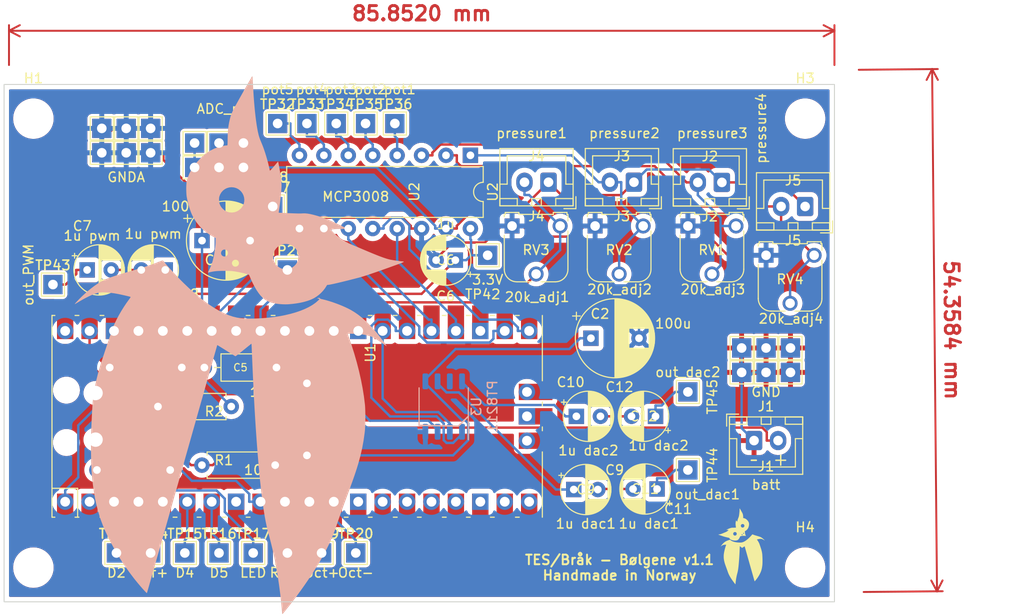
<source format=kicad_pcb>
(kicad_pcb (version 20211014) (generator pcbnew)
  (layers (0 "F.Cu" signal) (31 "B.Cu" signal) (34 "B.Paste" user) (35 "F.Paste" user) (36 "B.SilkS" user "B.Silkscreen") (37 "F.SilkS" user "F.Silkscreen") (38 "B.Mask" user) (39 "F.Mask" user) (44 "Edge.Cuts" user))
  (net 0 "")
  (net 1 "GND")
  (net 2 "+3.3V")
  (net 3 "filtered_vcc")
  (net 4 "GNDA")
  (net 5 "filtered_3.3")
  (net 6 "batt+")
  (net 7 "/ADC_2")
  (net 8 "/ADC_0")
  (net 9 "/analog_input_26")
  (net 10 "/ADC_1")
  (net 11 "Net-(C7-Pad1)")
  (net 12 "Net-(C8-Pad1)")
  (net 13 "Net-(C11-Pad1)")
  (net 14 "Net-(C12-Pad1)")
  (net 15 "Net-(TP13-Pad1)")
  (net 16 "Net-(TP14-Pad1)")
  (net 17 "Net-(TP15-Pad1)")
  (net 18 "Net-(TP16-Pad1)")
  (net 19 "Net-(TP17-Pad1)")
  (net 20 "Net-(TP18-Pad1)")
  (net 21 "Net-(TP19-Pad1)")
  (net 22 "Net-(TP20-Pad1)")
  (net 23 "Net-(TP27-Pad1)")
  (net 24 "Net-(TP28-Pad1)")
  (net 25 "Net-(TP32-Pad1)")
  (net 26 "Net-(TP33-Pad1)")
  (net 27 "Net-(TP34-Pad1)")
  (net 28 "Net-(TP35-Pad1)")
  (net 29 "Net-(TP36-Pad1)")
  (net 30 "LCH")
  (net 31 "RCH")
  (net 32 "Net-(U1-Pad22)")
  (net 33 "Net-(U1-Pad25)")
  (net 34 "Net-(U1-Pad21)")
  (net 35 "Net-(U1-Pad24)")
  (net 36 "Net-(U1-Pad26)")
  (net 37 "Net-(U1-Pad27)")
  (net 38 "Net-(U1-Pad29)")
  (net 59 "Net-(C7-Pad2)")
  (net 60 "Net-(C11-Pad2)")
  (net 61 "Net-(C10-Pad2)")
  (net 62 "Net-(U1-Pad9)")
  (footprint "TestPoint:TestPoint_THTPad_2.0x2.0mm_Drill1.0mm" (layer "F.Cu") (at 57.912 126.492)
    (fp_text reference "TP18")
    (fp_text value "Ref-")
  )
  (footprint "MountingHole:MountingHole_3.2mm_M3" (layer "F.Cu") (at 31.496 81.28)
    (fp_text reference "H1")
    (fp_text value "MountingHole" hide)
  )
  (footprint "TestPoint:TestPoint_THTPad_2.0x2.0mm_Drill1.0mm" (layer "F.Cu") (at 105.156 107.696)
    (fp_text reference "TP7" hide)
    (fp_text value "GND")
  )
  (footprint "PCB_symbols:owl_7x10" (layer "F.Cu") (at 105.156 125.984)
    (fp_text reference "G***" hide)
    (fp_text value "LOGO" hide)
  )
  (footprint "TestPoint:TestPoint_THTPad_2.0x2.0mm_Drill1.0mm" (layer "F.Cu") (at 43.688 84.836)
    (fp_text reference "TP22" hide)
    (fp_text value "GNDA" hide)
  )
  (footprint "TestPoint:TestPoint_THTPad_2.0x2.0mm_Drill1.0mm" (layer "F.Cu") (at 59.944 81.788)
    (fp_text reference "TP33")
    (fp_text value "pot4")
  )
  (footprint "TestPoint:TestPoint_THTPad_2.0x2.0mm_Drill1.0mm" (layer "F.Cu") (at 54.356 126.492)
    (fp_text reference "TP17")
    (fp_text value "LED")
  )
  (footprint "TestPoint:TestPoint_THTPad_2.0x2.0mm_Drill1.0mm" (layer "F.Cu") (at 50.8 126.492)
    (fp_text reference "TP16")
    (fp_text value "D5")
  )
  (footprint "Capacitor_THT:CP_Radial_D5.0mm_P2.00mm" (layer "F.Cu") (at 75.3796 96.012 180)
    (fp_text reference "C6")
    (fp_text value "1u")
  )
  (footprint "Connector_JST:JST_XH_B2B-XH-A_1x02_P2.50mm_Vertical" (layer "F.Cu") (at 93.957 87.901 180)
    (fp_text reference "J3")
    (fp_text value "pressure2")
  )
  (footprint "Connector_JST:JST_XH_B2B-XH-A_1x02_P2.50mm_Vertical" (layer "F.Cu") (at 85.07 87.901 180)
    (fp_text reference "J4")
    (fp_text value "pressure1")
  )
  (footprint "Connector_JST:JST_XH_B2B-XH-A_1x02_P2.50mm_Vertical" (layer "F.Cu") (at 106.446 114.791)
    (fp_text reference "J1")
    (fp_text value "batt")
  )
  (footprint "TestPoint:TestPoint_THTPad_2.0x2.0mm_Drill1.0mm" (layer "F.Cu") (at 53.34 83.82)
    (fp_text reference "TP9" hide)
    (fp_text value "ADC_ref" hide)
  )
  (footprint "TestPoint:TestPoint_THTPad_2.0x2.0mm_Drill1.0mm" (layer "F.Cu") (at 33.528 98.552)
    (fp_text reference "TP43")
    (fp_text value "out_PWM")
  )
  (footprint "Connector_JST:JST_XH_B2B-XH-A_1x02_P2.50mm_Vertical" (layer "F.Cu") (at 111.76 90.424 180)
    (fp_text reference "J5")
    (fp_text value "pressure4")
  )
  (footprint "Pico:RPi_Pico_SMD_TH" (layer "F.Cu") (at 58.928 112.268 90)
    (fp_text reference "U1")
    (fp_text value "Pico" hide)
  )
  (footprint "TestPoint:TestPoint_THTPad_2.0x2.0mm_Drill1.0mm" (layer "F.Cu") (at 41.148 82.296)
    (fp_text reference "TP24" hide)
    (fp_text value "GNDA" hide)
  )
  (footprint "TestPoint:TestPoint_THTPad_2.0x2.0mm_Drill1.0mm" (layer "F.Cu") (at 50.8 86.36)
    (fp_text reference "TP10" hide)
    (fp_text value "ADC_ref" hide)
  )
  (footprint "Potentiometer_THT:Potentiometer_Runtron_RM-065_Vertical" (layer "F.Cu") (at 89.916 92.456)
    (fp_text reference "RV2" hide)
    (fp_text value "20k_adj2")
  )
  (footprint "TestPoint:TestPoint_THTPad_2.0x2.0mm_Drill1.0mm" (layer "F.Cu") (at 50.8 83.82)
    (fp_text reference "TP3" hide)
    (fp_text value "ADC_ref" hide)
  )
  (footprint "TestPoint:TestPoint_THTPad_2.0x2.0mm_Drill1.0mm" (layer "F.Cu") (at 107.696 107.696)
    (fp_text reference "TP8" hide)
    (fp_text value "GND" hide)
  )
  (footprint "Potentiometer_THT:Potentiometer_Runtron_RM-065_Vertical" (layer "F.Cu") (at 81.28 92.456)
    (fp_text reference "RV3" hide)
    (fp_text value "20k_adj1")
  )
  (footprint "TestPoint:TestPoint_THTPad_2.0x2.0mm_Drill1.0mm" (layer "F.Cu") (at 40.132 126.492)
    (fp_text reference "TP13")
    (fp_text value "D2")
  )
  (footprint "Capacitor_THT:CP_Radial_D5.0mm_P2.50mm" (layer "F.Cu") (at 87.6949 119.888)
    (fp_text reference "C9")
    (fp_text value "1u dac1")
  )
  (footprint "TestPoint:TestPoint_THTPad_2.0x2.0mm_Drill1.0mm" (layer "F.Cu") (at 56.896 81.788)
    (fp_text reference "TP32")
    (fp_text value "pot5")
  )
  (footprint "TestPoint:TestPoint_THTPad_2.0x2.0mm_Drill1.0mm" (layer "F.Cu") (at 48.26 83.82)
    (fp_text reference "TP11" hide)
    (fp_text value "ADC_ref" hide)
  )
  (footprint "Potentiometer_THT:Potentiometer_Runtron_RM-065_Vertical" (layer "F.Cu") (at 107.696 95.504)
    (fp_text reference "RV4" hide)
    (fp_text value "20k_adj4")
  )
  (footprint "Resistor_THT:R_Axial_DIN0207_L6.3mm_D2.5mm_P7.62mm_Horizontal" (layer "F.Cu") (at 38.1 117.856)
    (fp_text reference "R3" hide)
    (fp_text value "220")
  )
  (footprint "Capacitor_THT:CP_Radial_D8.0mm_P5.00mm" (layer "F.Cu") (at 89.4816 104.14)
    (fp_text reference "C2")
    (fp_text value "100u")
  )
  (footprint "Capacitor_THT:CP_Radial_D8.0mm_P5.00mm" (layer "F.Cu") (at 49.032 93.98)
    (fp_text reference "C4")
    (fp_text value "100u")
  )
  (footprint "TestPoint:TestPoint_THTPad_2.0x2.0mm_Drill1.0mm" (layer "F.Cu") (at 105.156 105.156)
    (fp_text reference "TP12" hide)
    (fp_text value "GND" hide)
  )
  (footprint "Capacitor_THT:C_Axial_L3.8mm_D2.6mm_P7.50mm_Horizontal" (layer "F.Cu") (at 49.276 107.188)
    (fp_text reference "C5" hide)
    (fp_text value "100n")
  )
  (footprint "Potentiometer_THT:Potentiometer_Runtron_RM-065_Vertical" (layer "F.Cu") (at 99.568 92.456)
    (fp_text reference "RV1" hide)
    (fp_text value "20k_adj3")
  )
  (footprint "TestPoint:TestPoint_THTPad_2.0x2.0mm_Drill1.0mm" (layer "F.Cu") (at 38.608 82.296)
    (fp_text reference "TP23" hide)
    (fp_text value "GNDA" hide)
  )
  (footprint "Resistor_THT:R_Axial_DIN0207_L6.3mm_D2.5mm_P7.62mm_Horizontal" (layer "F.Cu") (at 56.642 117.348 180)
    (fp_text reference "R1" hide)
    (fp_text value "10")
  )
  (footprint "TestPoint:TestPoint_THTPad_2.0x2.0mm_Drill1.0mm" (layer "F.Cu") (at 38.608 84.836)
    (fp_text reference "TP25" hide)
    (fp_text value "GNDA")
  )
  (footprint "Resistor_THT:R_Axial_DIN0207_L6.3mm_D2.5mm_P7.62mm_Horizontal" (layer "F.Cu") (at 52.07 111.252 180)
    (fp_text reference "R2" hide)
    (fp_text value "10")
  )
  (footprint "TestPoint:TestPoint_THTPad_2.0x2.0mm_Drill1.0mm" (layer "F.Cu") (at 48.26 86.36)
    (fp_text reference "TP2" hide)
    (fp_text value "ADC_ref")
  )
  (footprint "TestPoint:TestPoint_THTPad_2.0x2.0mm_Drill1.0mm" (layer "F.Cu") (at 43.688 126.492)
    (fp_text reference "TP14")
    (fp_text value "Ref+")
  )
  (footprint "Capacitor_THT:CP_Radial_D5.0mm_P2.50mm" (layer "F.Cu") (at 87.9689 112.268)
    (fp_text reference "C10" hide)
    (fp_text value "1u dac2")
  )
  (footprint "TestPoint:TestPoint_THTPad_2.0x2.0mm_Drill1.0mm" (layer "F.Cu") (at 61.468 126.492)
    (fp_text reference "TP19")
    (fp_text value "Oct+")
  )
  (footprint "MountingHole:MountingHole_3.2mm_M3" (layer "F.Cu") (at 111.76 81.28)
    (fp_text reference "H3")
    (fp_text value "MountingHole" hide)
  )
  (footprint "TestPoint:TestPoint_THTPad_2.0x2.0mm_Drill1.0mm" (layer "F.Cu") (at 78.74 95.504)
    (fp_text reference "TP42")
    (fp_text value "3.3V")
  )
  (footprint "TestPoint:TestPoint_THTPad_2.0x2.0mm_Drill1.0mm" (layer "F.Cu") (at 110.236 107.696)
    (fp_text reference "TP6" hide)
    (fp_text value "GND" hide)
  )
  (footprint "TestPoint:TestPoint_THTPad_2.0x2.0mm_Drill1.0mm" (layer "F.Cu") (at 66.04 81.788)
    (fp_text reference "TP35")
    (fp_text value "pot2")
  )
  (footprint "TestPoint:TestPoint_THTPad_2.0x2.0mm_Drill1.0mm" (layer "F.Cu") (at 110.236 105.156)
    (fp_text reference "TP5" hide)
    (fp_text value "GND" hide)
  )
  (footprint "TestPoint:TestPoint_THTPad_2.0x2.0mm_Drill1.0mm" (layer "F.Cu") (at 65.024 126.492)
    (fp_text reference "TP20")
    (fp_text value "Oct-")
  )
  (footprint "MountingHole:MountingHole_3.2mm_M3" (layer "F.Cu") (at 111.76 128.016)
    (fp_text reference "H4")
    (fp_text value "MountingHole" hide)
  )
  (footprint "TestPoint:TestPoint_THTPad_2.0x2.0mm_Drill1.0mm" (layer "F.Cu") (at 57.912 97.028)
    (fp_text reference "TP28")
    (fp_text value "AI27")
  )
  (footprint "TestPoint:TestPoint_THTPad_2.0x2.0mm_Drill1.0mm" (layer "F.Cu") (at 56.388 90.424)
    (fp_text reference "TP27")
    (fp_text value "AI28")
  )
  (footprint "Connector_JST:JST_XH_B2B-XH-A_1x02_P2.50mm_Vertical" (layer "F.Cu") (at 103.101 87.918 180)
    (fp_text reference "J2")
    (fp_text value "pressure3")
  )
  (footprint "TestPoint:TestPoint_THTPad_2.0x2.0mm_Drill1.0mm" (layer "F.Cu") (at 99.568 117.856)
    (fp_text reference "TP44" hide)
    (fp_text value "out_dac1")
  )
  (footprint "TestPoint:TestPoint_THTPad_2.0x2.0mm_Drill1.0mm" (layer "F.Cu") (at 41.148 84.836)
    (fp_text reference "TP21" hide)
    (fp_text value "GNDA" hide)
  )
  (footprint "Capacitor_THT:C_Axial_L3.8mm_D2.6mm_P7.50mm_Horizontal" (layer "F.Cu") (at 59.944 116.332 90)
    (fp_text reference "C3" hide)
    (fp_text value "100n")
  )
  (footprint "TestPoint:TestPoint_THTPad_2.0x2.0mm_Drill1.0mm" (layer "F.Cu") (at 69.088 81.788)
    (fp_text reference "TP36")
    (fp_text value "pot1")
  )
  (footprint "Capacitor_THT:CP_Radial_D5.0mm_P2.50mm" (layer "F.Cu") (at 96.3598 119.834 180)
    (fp_text reference "C11")
    (fp_text value "1u dac1")
  )
  (footprint "TestPoint:TestPoint_THTPad_2.0x2.0mm_Drill1.0mm" (layer "F.Cu") (at 43.688 82.296)
    (fp_text reference "TP26" hide)
    (fp_text value "GNDA" hide)
  )
  (footprint "Capacitor_THT:C_Axial_L3.8mm_D2.6mm_P7.50mm_Horizontal" (layer "F.Cu") (at 39.43 107.188)
    (fp_text reference "C1" hide)
    (fp_text value "0.1u")
  )
  (footprint "TestPoint:TestPoint_THTPad_2.0x2.0mm_Drill1.0mm" (layer "F.Cu") (at 47.244 126.492)
    (fp_text reference "TP15")
    (fp_text value "D4")
  )
  (footprint "TestPoint:TestPoint_THTPad_2.0x2.0mm_Drill1.0mm" (layer "F.Cu") (at 62.992 81.788)
    (fp_text reference "TP34")
    (fp_text value "pot3")
  )
  (footprint "Package_DIP:DIP-16_W7.62mm" (layer "F.Cu") (at 76.947 85.1 -90)
    (fp_text reference "U2")
    (fp_text value "MCP3008")
  )
  (footprint "Capacitor_THT:CP_Radial_D5.0mm_P2.50mm" (layer "F.Cu") (at 37.084 97.028)
    (fp_text reference "C7")
    (fp_text value "1u pwm")
  )
  (footprint "Capacitor_THT:CP_Radial_D5.0mm_P2.50mm" (layer "F.Cu") (at 96.2011 112.268 180)
    (fp_text reference "C12")
    (fp_text value "1u dac2")
  )
  (footprint "TestPoint:TestPoint_THTPad_2.0x2.0mm_Drill1.0mm" (layer "F.Cu") (at 99.568 109.728 180)
    (fp_text reference "TP45" hide)
    (fp_text value "out_dac2")
  )
  (footprint "TestPoint:TestPoint_THTPad_2.0x2.0mm_Drill1.0mm" (layer "F.Cu") (at 107.696 105.156)
    (fp_text reference "TP1" hide)
    (fp_text value "GND" hide)
  )
  (footprint "Capacitor_THT:CP_Radial_D5.0mm_P2.50mm" (layer "F.Cu") (at 45.212 97.028 180)
    (fp_text reference "C8")
    (fp_text value "1u pwm")
  )
  (footprint "MountingHole:MountingHole_3.2mm_M3" (layer "F.Cu") (at 31.496 128.016)
    (fp_text reference "H2" hide)
    (fp_text value "MountingHole" hide)
  )
  (footprint "TestPoint:TestPoint_THTPad_2.0x2.0mm_Drill1.0mm" (layer "F.Cu") (at 53.34 86.36)
    (fp_text reference "TP4" hide)
    (fp_text value "ADC_ref" hide)
  )
  (footprint "Package_SO:SOP-8_3.9x4.9mm_P1.27mm" (layer "B.Cu") (at 74.168 111.252 90)
    (fp_text reference "U3")
    (fp_text value "PT8211-pt8211" hide)
  )
  (footprint "PCB_symbols:owl_F_50x70" (layer "B.Cu") (at 52.832 106.172 180)
    (fp_text reference "G150" hide)
    (fp_text value "LOGO" hide)
  )
  (gr_line (start 71.608 113.202) (end 75.692 113.284) (layer "B.SilkS") (width 0.15))
  (gr_line (start 75.692 113.284) (end 76.728 112.268) (layer "B.SilkS") (width 0.15))
  (gr_line (start 106.172 116.84) (end 106.68 116.84) (layer "F.SilkS") (width 0.15))
  (gr_line (start 106.68 116.84) (end 106.172 116.84) (layer "F.SilkS") (width 0.15))
  (gr_line (start 109.22 116.332) (end 109.22 117.348) (layer "F.SilkS") (width 0.15))
  (gr_line (start 108.712 116.84) (end 109.728 116.84) (layer "F.SilkS") (width 0.15))
  (gr_rect (start 28.448 77.724) (end 114.808 131.572) (layer "Edge.Cuts") (width 0.1) (fill none))
  (gr_text "TES/Bråk - Bølgene v1.1\nHandmade in Norway" (at 92.456 128.016) (layer "F.SilkS") (effects (font (size 1 1) (thickness 0.2))))
  (dimension (type aligned) (layer "F.Cu") (pts (xy 28.956 76.2) (xy 114.808 76.2)) (height -4.064) (gr_text "85,8520 mm" (at 71.882 70.336) (layer "F.Cu") (effects (font (size 1.5 1.5) (thickness 0.3)))) (format (units 3) (units_format 1) (precision 4)) (style (thickness 0.2) (arrow_length 1.27) (text_position_mode 0) (extension_height 0.58642) (extension_offset 0.5) keep_text_aligned))
  (dimension (type aligned) (layer "F.Cu") (pts (xy 116.84 76.2) (xy 117.348 130.556)) (height -8.128) (gr_text "54,3584 mm" (at 127.021566 103.285219 270.535459) (layer "F.Cu") (effects (font (size 1.5 1.5) (thickness 0.3)))) (format (units 3) (units_format 1) (precision 4)) (style (thickness 0.2) (arrow_length 1.27) (text_position_mode 0) (extension_height 0.58642) (extension_offset 0.5) keep_text_aligned))
  (segment (start 39.878 103.378) (end 39.878 106.74) (width 0.25) (layer "F.Cu") (net 1))
  (segment (start 39.878 106.74) (end 39.43 107.188) (width 0.25) (layer "F.Cu") (net 1))
  (segment (start 110.236 105.156) (end 110.236 106.4813) (width 0.25) (layer "F.Cu") (net 1))
  (segment (start 62.9674 107.696) (end 60.7032 109.9602) (width 0.25) (layer "F.Cu") (net 1))
  (segment (start 108.966 107.696) (end 107.696 107.696) (width 0.25) (layer "F.Cu") (net 1))
  (segment (start 107.696 105.156) (end 105.156 105.156) (width 0.25) (layer "F.Cu") (net 1))
  (segment (start 60.7032 109.9602) (end 42.2022 109.9602) (width 0.25) (layer "F.Cu") (net 1))
  (segment (start 108.966 107.696) (end 110.1807 106.4813) (width 0.25) (layer "F.Cu") (net 1))
  (segment (start 105.156 107.696) (end 62.9674 107.696) (width 0.25) (layer "F.Cu") (net 1))
  (segment (start 42.2022 109.9602) (end 39.43 107.188) (width 0.25) (layer "F.Cu") (net 1))
  (segment (start 110.1807 106.4813) (end 110.236 106.4813) (width 0.25) (layer "F.Cu") (net 1))
  (segment (start 110.236 107.696) (end 108.966 107.696) (width 0.25) (layer "F.Cu") (net 1))
  (segment (start 105.156 107.696) (end 105.156 108.3586) (width 0.25) (layer "B.Cu") (net 1))
  (segment (start 105.7081 108.3586) (end 106.3707 107.696) (width 0.25) (layer "B.Cu") (net 1))
  (segment (start 107.696 107.696) (end 106.3707 107.696) (width 0.25) (layer "B.Cu") (net 1))
  (segment (start 105.156 108.3586) (end 105.7081 108.3586) (width 0.25) (layer "B.Cu") (net 1))
  (segment (start 105.156 113.501) (end 106.446 114.791) (width 0.25) (layer "B.Cu") (net 1))
  (segment (start 105.156 107.696) (end 105.156 113.501) (width 0.25) (layer "B.Cu") (net 1))
  (segment (start 105.156 105.156) (end 105.156 107.696) (width 0.25) (layer "B.Cu") (net 1))
  (segment (start 47.3312 99.517) (end 44.958 101.89) (width 0.25) (layer "F.Cu") (net 2))
  (segment (start 71.8746 99.517) (end 47.3312 99.517) (width 0.25) (layer "F.Cu") (net 2))
  (segment (start 44.958 104.553) (end 45.4206 104.553) (width 0.25) (layer "F.Cu") (net 2))
  (segment (start 45.4206 104.553) (end 46.93 106.063) (width 0.25) (layer "F.Cu") (net 2))
  (segment (start 75.3796 96.012) (end 71.8746 99.517) (width 0.25) (layer "F.Cu") (net 2))
  (segment (start 44.958 103.378) (end 44.958 104.553) (width 0.25) (layer "F.Cu") (net 2))
  (segment (start 46.93 106.063) (end 46.93 107.188) (width 0.25) (layer "F.Cu") (net 2))
  (segment (start 44.958 101.89) (end 44.958 103.378) (width 0.25) (layer "F.Cu") (net 2))
  (segment (start 78.74 95.504) (end 77.0129 95.504) (width 0.25) (layer "B.Cu") (net 2))
  (segment (start 44.45 111.252) (end 44.45 110.127) (width 0.25) (layer "B.Cu") (net 2))
  (segment (start 76.5049 96.012) (end 75.3796 96.012) (width 0.25) (layer "B.Cu") (net 2))
  (segment (start 76.947 92.72) (end 76.947 93.8453) (width 0.25) (layer "B.Cu") (net 2))
  (segment (start 45.1166 110.127) (end 46.93 108.313) (width 0.25) (layer "B.Cu") (net 2))
  (segment (start 77.0129 95.504) (end 76.5049 96.012) (width 0.25) (layer "B.Cu") (net 2))
  (segment (start 46.93 108.313) (end 46.93 107.188) (width 0.25) (layer "B.Cu") (net 2))
  (segment (start 44.45 110.127) (end 45.1166 110.127) (width 0.25) (layer "B.Cu") (net 2))
  (segment (start 77.0129 93.9112) (end 77.0129 95.504) (width 0.25) (layer "B.Cu") (net 2))
  (segment (start 76.947 93.8453) (end 77.0129 93.9112) (width 0.25) (layer "B.Cu") (net 2))
  (segment (start 57.658 116.332) (end 56.642 117.348) (width 0.25) (layer "F.Cu") (net 3))
  (segment (start 59.944 116.332) (end 57.658 116.332) (width 0.25) (layer "F.Cu") (net 3))
  (segment (start 87.231 105.265) (end 75.3966 105.265) (width 0.25) (layer "B.Cu") (net 3))
  (segment (start 75.1367 116.332) (end 76.712 114.757) (width 0.25) (layer "B.Cu") (net 3))
  (segment (start 76.712 112.991) (end 76.3851 112.664) (width 0.25) (layer "B.Cu") (net 3))
  (segment (start 89.4816 104.14) (end 88.3563 104.14) (width 0.25) (layer "B.Cu") (net 3))
  (segment (start 76.712 114.757) (end 76.712 112.991) (width 0.25) (layer "B.Cu") (net 3))
  (segment (start 76.3851 112.664) (end 76.0715 112.664) (width 0.25) (layer "B.Cu") (net 3))
  (segment (start 88.3563 104.14) (end 87.231 105.265) (width 0.25) (layer "B.Cu") (net 3))
  (segment (start 75.3966 105.265) (end 72.263 108.399) (width 0.25) (layer "B.Cu") (net 3))
  (segment (start 72.263 108.855) (end 72.263 108.627) (width 0.25) (layer "B.Cu") (net 3))
  (segment (start 76.0715 112.664) (end 72.263 108.855) (width 0.25) (layer "B.Cu") (net 3))
  (segment (start 72.263 108.399) (end 72.263 108.627) (width 0.25) (layer "B.Cu") (net 3))
  (segment (start 59.944 116.332) (end 75.1367 116.332) (width 0.25) (layer "B.Cu") (net 3))
  (segment (start 69.8978 91.5947) (end 70.7417 92.4386) (width 0.25) (layer "F.Cu") (net 4))
  (segment (start 78.4521 94.1786) (end 80.1747 92.456) (width 0.25) (layer "F.Cu") (net 4))
  (segment (start 82.3853 92.456) (end 83.4906 93.5613) (width 0.25) (layer "F.Cu") (net 4))
  (segment (start 59.944 108.832) (end 58.8187 108.832) (width 0.25) (layer "F.Cu") (net 4))
  (segment (start 75.072 94.1786) (end 78.4521 94.1786) (width 0.25) (layer "F.Cu") (net 4))
  (segment (start 70.7417 92.4386) (end 70.7417 92.72) (width 0.25) (layer "F.Cu") (net 4))
  (segment (start 38.608 82.9586) (end 39.1601 82.9586) (width 0.25) (layer "F.Cu") (net 4))
  (segment (start 60.2923 92.4387) (end 61.1363 91.5947) (width 0.25) (layer "F.Cu") (net 4))
  (segment (start 38.608 82.296) (end 38.608 82.9586) (width 0.25) (layer "F.Cu") (net 4))
  (segment (start 99.568 92.456) (end 100.6733 92.456) (width 0.25) (layer "F.Cu") (net 4))
  (segment (start 38.608 84.836) (end 38.608 83.6213) (width 0.25) (layer "F.Cu") (net 4))
  (segment (start 56.776 107.188) (end 57.9013 107.188) (width 0.25) (layer "F.Cu") (net 4))
  (segment (start 73.3796 95.871) (end 75.072 94.1786) (width 0.25) (layer "F.Cu") (net 4))
  (segment (start 73.3796 96.012) (end 73.3796 95.871) (width 0.25) (layer "F.Cu") (net 4))
  (segment (start 59.167 92.72) (end 60.2923 92.72) (width 0.25) (layer "F.Cu") (net 4))
  (segment (start 61.1363 91.5947) (end 69.8978 91.5947) (width 0.25) (layer "F.Cu") (net 4))
  (segment (start 39.1601 82.9586) (end 39.8227 82.296) (width 0.25) (layer "F.Cu") (net 4))
  (segment (start 52.1518 92.72) (end 54.032 92.72) (width 0.25) (layer "F.Cu") (net 4))
  (segment (start 41.148 84.836) (end 43.688 84.836) (width 0.25) (layer "F.Cu") (net 4))
  (segment (start 54.032 92.72) (end 59.167 92.72) (width 0.25) (layer "F.Cu") (net 4))
  (segment (start 43.688 84.836) (end 45.0133 84.836) (width 0.25) (layer "F.Cu") (net 4))
  (segment (start 60.2923 92.72) (end 60.2923 92.4387) (width 0.25) (layer "F.Cu") (net 4))
  (segment (start 83.4906 93.5613) (end 87.7054 93.5613) (width 0.25) (layer "F.Cu") (net 4))
  (segment (start 45.0133 84.836) (end 45.0133 85.5815) (width 0.25) (layer "F.Cu") (net 4))
  (segment (start 87.7054 93.5613) (end 88.8107 92.456) (width 0.25) (layer "F.Cu") (net 4))
  (segment (start 81.28 92.456) (end 80.1747 92.456) (width 0.25) (layer "F.Cu") (net 4))
  (segment (start 54.032 93.98) (end 54.032 92.72) (width 0.25) (layer "F.Cu") (net 4))
  (segment (start 45.0133 85.5815) (end 52.1518 92.72) (width 0.25) (layer "F.Cu") (net 4))
  (segment (start 103.7213 95.504) (end 107.696 95.504) (width 0.25) (layer "F.Cu") (net 4))
  (segment (start 100.6733 92.456) (end 103.7213 95.504) (width 0.25) (layer "F.Cu") (net 4))
  (segment (start 41.148 82.296) (end 39.8227 82.296) (width 0.25) (layer "F.Cu") (net 4))
  (segment (start 58.8187 108.832) (end 58.8187 108.1054) (width 0.25) (layer "F.Cu") (net 4))
  (segment (start 38.608 82.9586) (end 38.608 83.6213) (width 0.25) (layer "F.Cu") (net 4))
  (segment (start 89.916 92.456) (end 88.8107 92.456) (width 0.25) (layer "F.Cu") (net 4))
  (segment (start 58.8187 108.1054) (end 57.9013 107.188) (width 0.25) (layer "F.Cu") (net 4))
  (segment (start 38.608 84.836) (end 41.148 84.836) (width 0.25) (layer "F.Cu") (net 4))
  (segment (start 43.688 82.296) (end 41.148 82.296) (width 0.25) (layer "F.Cu") (net 4))
  (segment (start 71.867 92.72) (end 70.7417 92.72) (width 0.25) (layer "F.Cu") (net 4))
  (segment (start 81.28 92.456) (end 82.3853 92.456) (width 0.25) (layer "F.Cu") (net 4))
  (segment (start 56.388 104.5683) (end 54.5605 104.5683) (width 0.25) (layer "B.Cu") (net 4))
  (segment (start 56.388 102.9645) (end 59.2374 100.1151) (width 0.25) (layer "B.Cu") (net 4))
  (segment (start 59.2374 93.9157) (end 59.167 93.8453) (width 0.25) (layer "B.Cu") (net 4))
  (segment (start 52.578 103.378) (end 53.7533 103.378) (width 0.25) (layer "B.Cu") (net 4))
  (segment (start 71.867 92.72) (end 71.867 93.8453) (width 0.25) (layer "B.Cu") (net 4))
  (segment (start 56.388 104.5683) (end 56.388 102.9645) (width 0.25) (layer "B.Cu") (net 4))
  (segment (start 71.867 93.8453) (end 73.3796 95.3579) (width 0.25) (layer "B.Cu") (net 4))
  (segment (start 56.388 106.3958) (end 56.388 104.5683) (width 0.25) (layer "B.Cu") (net 4))
  (segment (start 56.776 107.188) (end 56.776 106.7838) (width 0.25) (layer "B.Cu") (net 4))
  (segment (start 59.944 108.832) (end 61.0693 108.832) (width 0.25) (layer "B.Cu") (net 4))
  (segment (start 59.167 92.72) (end 59.167 93.8453) (width 0.25) (layer "B.Cu") (net 4))
  (segment (start 53.7533 103.7611) (end 53.7533 103.378) (width 0.25) (layer "B.Cu") (net 4))
  (segment (start 94.4816 98.6477) (end 99.568 93.5613) (width 0.25) (layer "B.Cu") (net 4))
  (segment (start 89.916 96.5708) (end 89.916 92.456) (width 0.25) (layer "B.Cu") (net 4))
  (segment (start 94.4816 104.14) (end 94.4816 98.6477) (width 0.25) (layer "B.Cu") (net 4))
  (segment (start 73.3796 95.3579) (end 73.3796 96.012) (width 0.25) (layer "B.Cu") (net 4))
  (segment (start 54.5605 104.5683) (end 53.7533 103.7611) (width 0.25) (layer "B.Cu") (net 4))
  (segment (start 91.9929 98.6477) (end 89.916 96.5708) (width 0.25) (layer "B.Cu") (net 4))
  (segment (start 99.568 92.456) (end 99.568 93.5613) (width 0.25) (layer "B.Cu") (net 4))
  (segment (start 59.2374 100.1151) (end 59.2374 93.9157) (width 0.25) (layer "B.Cu") (net 4))
  (segment (start 94.4816 98.6477) (end 91.9929 98.6477) (width 0.25) (layer "B.Cu") (net 4))
  (segment (start 56.776 106.7838) (end 56.388 106.3958) (width 0.25) (layer "B.Cu") (net 4))
  (segment (start 75.5323 92.72) (end 75.5323 92.4387) (width 0.25) (layer "F.Cu") (net 5))
  (segment (start 109.254 87.918) (end 111.76 90.424) (width 0.25) (layer "F.Cu") (net 5))
  (segment (start 50.8 86.36) (end 48.26 86.36) (width 0.25) (layer "F.Cu") (net 5))
  (segment (start 52.1253 83.82) (end 52.7879 84.4826) (width 0.25) (layer "F.Cu") (net 5))
  (segment (start 86.4072 89.2382) (end 92.6198 89.2382) (width 0.25) (layer "F.Cu") (net 5))
  (segment (start 50.8 83.82) (end 52.1253 83.82) (width 0.25) (layer "F.Cu") (net 5))
  (segment (start 74.407 92.72) (end 75.5323 92.72) (width 0.25) (layer "F.Cu") (net 5))
  (segment (start 85.07 87.901) (end 86.4072 89.2382) (width 0.25) (layer "F.Cu") (net 5))
  (segment (start 52.7879 84.4826) (end 53.34 84.4826) (width 0.25) (layer "F.Cu") (net 5))
  (segment (start 76.9389 91.0321) (end 81.9389 91.0321) (width 0.25) (layer "F.Cu") (net 5))
  (segment (start 53.34 86.36) (end 53.34 84.4826) (width 0.25) (layer "F.Cu") (net 5))
  (segment (start 53.34 86.36) (end 50.8 86.36) (width 0.25) (layer "F.Cu") (net 5))
  (segment (start 81.9389 91.0321) (end 85.07 87.901) (width 0.25) (layer "F.Cu") (net 5))
  (segment (start 92.6198 89.2382) (end 93.957 87.901) (width 0.25) (layer "F.Cu") (net 5))
  (segment (start 75.5323 92.4387) (end 76.9389 91.0321) (width 0.25) (layer "F.Cu") (net 5))
  (segment (start 53.34 84.4826) (end 53.34 83.82) (width 0.25) (layer "F.Cu") (net 5))
  (segment (start 103.101 87.918) (end 109.254 87.918) (width 0.25) (layer "F.Cu") (net 5))
  (segment (start 48.26 83.82) (end 48.26 86.36) (width 0.25) (layer "B.Cu") (net 5))
  (segment (start 49.276 107.188) (end 47.498 105.41) (width 0.25) (layer "B.Cu") (net 5))
  (segment (start 73.2817 92.72) (end 73.2817 92.4387) (width 0.25) (layer "B.Cu") (net 5))
  (segment (start 47.498 103.378) (end 47.498 102.203) (width 0.25) (layer "B.Cu") (net 5))
  (segment (start 49.032 88.4573) (end 49.032 93.98) (width 0.25) (layer "B.Cu") (net 5))
  (segment (start 67.203 86.36) (end 53.34 86.36) (width 0.25) (layer "B.Cu") (net 5))
  (segment (start 101.756 86.573) (end 103.101 87.918) (width 0.25) (layer "B.Cu") (net 5))
  (segment (start 49.032 100.669) (end 49.032 93.98) (width 0.25) (layer "B.Cu") (net 5))
  (segment (start 74.407 92.72) (end 73.2817 92.72) (width 0.25) (layer "B.Cu") (net 5))
  (segment (start 49.276 108.458) (end 49.276 107.188) (width 0.25) (layer "B.Cu") (net 5))
  (segment (start 73.2817 92.4387) (end 67.203 86.36) (width 0.25) (layer "B.Cu") (net 5))
  (segment (start 48.26 87.6853) (end 49.032 88.4573) (width 0.25) (layer "B.Cu") (net 5))
  (segment (start 48.26 86.36) (end 48.26 87.6853) (width 0.25) (layer "B.Cu") (net 5))
  (segment (start 95.285 86.573) (end 101.756 86.573) (width 0.25) (layer "B.Cu") (net 5))
  (segment (start 47.498 102.203) (end 49.032 100.669) (width 0.25) (layer "B.Cu") (net 5))
  (segment (start 52.07 111.252) (end 49.276 108.458) (width 0.25) (layer "B.Cu") (net 5))
  (segment (start 93.957 87.901) (end 95.285 86.573) (width 0.25) (layer "B.Cu") (net 5))
  (segment (start 47.498 105.41) (end 47.498 103.378) (width 0.25) (layer "B.Cu") (net 5))
  (segment (start 107.771 114.791) (end 107.771 113.91) (width 0.25) (layer "F.Cu") (net 6))
  (segment (start 54.051 113.444) (end 50.1473 117.348) (width 0.25) (layer "F.Cu") (net 6))
  (segment (start 37.338 106.789) (end 47.8967 117.348) (width 0.25) (layer "F.Cu") (net 6))
  (segment (start 37.338 103.378) (end 37.338 106.789) (width 0.25) (layer "F.Cu") (net 6))
  (segment (start 107.306 113.444) (end 54.051 113.444) (width 0.25) (layer "F.Cu") (net 6))
  (segment (start 47.8967 117.348) (end 49.022 117.348) (width 0.25) (layer "F.Cu") (net 6))
  (segment (start 107.771 113.91) (end 107.306 113.444) (width 0.25) (layer "F.Cu") (net 6))
  (segment (start 50.1473 117.348) (end 49.022 117.348) (width 0.25) (layer "F.Cu") (net 6))
  (segment (start 108.946 114.791) (end 107.771 114.791) (width 0.25) (layer "F.Cu") (net 6))
  (segment (start 72.9923 84.8187) (end 72.9923 85.1) (width 0.25) (layer "F.Cu") (net 7))
  (segment (start 99.4257 87.918) (end 95.4823 83.9746) (width 0.25) (layer "F.Cu") (net 7))
  (segment (start 73.8364 83.9746) (end 72.9923 84.8187) (width 0.25) (layer "F.Cu") (net 7))
  (segment (start 95.4823 83.9746) (end 73.8364 83.9746) (width 0.25) (layer "F.Cu") (net 7))
  (segment (start 100.601 87.918) (end 99.4257 87.918) (width 0.25) (layer "F.Cu") (net 7))
  (segment (start 72.9923 85.1) (end 71.867 85.1) (width 0.25) (layer "F.Cu") (net 7))
  (segment (start 102.962 96.5623) (end 102.068 97.456) (width 0.25) (layer "B.Cu") (net 7))
  (segment (start 100.601 89.2433) (end 102.962 91.604) (width 0.25) (layer "B.Cu") (net 7))
  (segment (start 102.962 91.604) (end 102.962 92.456) (width 0.25) (layer "B.Cu") (net 7))
  (segment (start 100.601 87.918) (end 100.601 89.2433) (width 0.25) (layer "B.Cu") (net 7))
  (segment (start 102.962 92.456) (end 104.568 92.456) (width 0.25) (layer "B.Cu") (net 7))
  (segment (start 102.962 92.456) (end 102.962 96.5623) (width 0.25) (layer "B.Cu") (net 7))
  (segment (start 92.416 94.956) (end 92.416 97.456) (width 0.25) (layer "B.Cu") (net 8))
  (segment (start 90.2817 87.901) (end 87.4807 85.1) (width 0.25) (layer "B.Cu") (net 8))
  (segment (start 94.916 92.456) (end 92.416 94.956) (width 0.25) (layer "B.Cu") (net 8))
  (segment (start 94.916 92.456) (end 92.6323 90.1723) (width 0.25) (layer "B.Cu") (net 8))
  (segment (start 87.4807 85.1) (end 76.947 85.1) (width 0.25) (layer "B.Cu") (net 8))
  (segment (start 92.6323 87.901) (end 91.457 87.901) (width 0.25) (layer "B.Cu") (net 8))
  (segment (start 91.457 87.901) (end 90.2817 87.901) (width 0.25) (layer "B.Cu") (net 8))
  (segment (start 92.6323 90.1723) (end 92.6323 87.901) (width 0.25) (layer "B.Cu") (net 8))
  (segment (start 57.658 103.378) (end 57.658 100.403) (width 0.25) (layer "F.Cu") (net 9))
  (segment (start 57.658 100.403) (end 80.8333 100.403) (width 0.25) (layer "F.Cu") (net 9))
  (segment (start 80.8333 100.403) (end 83.78 97.456) (width 0.25) (layer "F.Cu") (net 9))
  (segment (start 82.57 87.901) (end 82.57 89.2263) (width 0.25) (layer "B.Cu") (net 9))
  (segment (start 86.28 94.956) (end 83.78 97.456) (width 0.25) (layer "B.Cu") (net 9))
  (segment (start 82.57 89.2263) (end 83.0503 89.2263) (width 0.25) (layer "B.Cu") (net 9))
  (segment (start 83.0503 89.2263) (end 86.28 92.456) (width 0.25) (layer "B.Cu") (net 9))
  (segment (start 86.28 92.456) (end 86.28 94.956) (width 0.25) (layer "B.Cu") (net 9))
  (segment (start 75.9542 86.2253) (end 96.1083 86.2253) (width 0.25) (layer "F.Cu") (net 10))
  (segment (start 109.26 92.068) (end 112.696 95.504) (width 0.25) (layer "F.Cu") (net 10))
  (segment (start 75.5323 85.1) (end 75.5323 85.8034) (width 0.25) (layer "F.Cu") (net 10))
  (segment (start 96.1083 86.2253) (end 100.307 90.424) (width 0.25) (layer "F.Cu") (net 10))
  (segment (start 74.407 85.1) (end 75.5323 85.1) (width 0.25) (layer "F.Cu") (net 10))
  (segment (start 75.5323 85.8034) (end 75.9542 86.2253) (width 0.25) (layer "F.Cu") (net 10))
  (segment (start 100.307 90.424) (end 109.26 90.424) (width 0.25) (layer "F.Cu") (net 10))
  (segment (start 109.26 90.424) (end 109.26 92.068) (width 0.25) (layer "F.Cu") (net 10))
  (segment (start 112.696 95.504) (end 110.196 98.004) (width 0.25) (layer "B.Cu") (net 10))
  (segment (start 110.196 98.004) (end 110.196 100.504) (width 0.25) (layer "B.Cu") (net 10))
  (segment (start 35.9587 97.4466) (end 34.8533 98.552) (width 0.25) (layer "F.Cu") (net 11))
  (segment (start 37.084 97.028) (end 35.9587 97.028) (width 0.25) (layer "F.Cu") (net 11))
  (segment (start 34.8533 98.552) (end 33.528 98.552) (width 0.25) (layer "F.Cu") (net 11))
  (segment (start 35.9587 97.028) (end 35.9587 97.4466) (width 0.25) (layer "F.Cu") (net 11))
  (segment (start 43.766 99.5993) (end 45.212 98.1533) (width 0.25) (layer "B.Cu") (net 12))
  (segment (start 45.212 98.1533) (end 45.212 97.028) (width 0.25) (layer "B.Cu") (net 12))
  (segment (start 36.1626 118.618) (end 36.1626 113.213) (width 0.25) (layer "B.Cu") (net 12))
  (segment (start 43.766 105.61) (end 43.766 99.5993) (width 0.25) (layer "B.Cu") (net 12))
  (segment (start 34.798 119.983) (end 36.1626 118.618) (width 0.25) (layer "B.Cu") (net 12))
  (segment (start 34.798 121.158) (end 34.798 119.983) (width 0.25) (layer "B.Cu") (net 12))
  (segment (start 36.1626 113.213) (end 43.766 105.61) (width 0.25) (layer "B.Cu") (net 12))
  (segment (start 97.39 118.709) (end 98.2427 117.856) (width 0.25) (layer "B.Cu") (net 13))
  (segment (start 96.3598 118.709) (end 97.39 118.709) (width 0.25) (layer "B.Cu") (net 13))
  (segment (start 96.3598 119.834) (end 96.3598 118.709) (width 0.25) (layer "B.Cu") (net 13))
  (segment (start 98.2427 117.856) (end 99.568 117.856) (width 0.25) (layer "B.Cu") (net 13))
  (segment (start 96.2011 112.268) (end 96.2011 111.143) (width 0.25) (layer "B.Cu") (net 14))
  (segment (start 96.2011 111.143) (end 96.828 111.143) (width 0.25) (layer "B.Cu") (net 14))
  (segment (start 98.2427 109.728) (end 99.568 109.728) (width 0.25) (layer "B.Cu") (net 14))
  (segment (start 96.828 111.143) (end 98.2427 109.728) (width 0.25) (layer "B.Cu") (net 14))
  (segment (start 42.418 122.881) (end 42.418 121.158) (width 0.25) (layer "B.Cu") (net 15))
  (segment (start 40.132 126.492) (end 40.132 125.167) (width 0.25) (layer "B.Cu") (net 15))
  (segment (start 40.132 125.167) (end 42.418 122.881) (width 0.25) (layer "B.Cu") (net 15))
  (segment (start 44.958 122.333) (end 43.688 123.603) (width 0.25) (layer "B.Cu") (net 16))
  (segment (start 44.958 121.158) (end 44.958 122.333) (width 0.25) (layer "B.Cu") (net 16))
  (segment (start 43.688 123.603) (end 43.688 126.492) (width 0.25) (layer "B.Cu") (net 16))
  (segment (start 47.244 125.167) (end 47.498 124.913) (width 0.25) (layer "B.Cu") (net 17))
  (segment (start 47.498 124.913) (end 47.498 121.158) (width 0.25) (layer "B.Cu") (net 17))
  (segment (start 47.244 126.492) (end 47.244 125.167) (width 0.25) (layer "B.Cu") (net 17))
  (segment (start 50.8 126.492) (end 50.8 125.167) (width 0.25) (layer "B.Cu") (net 18))
  (segment (start 50.8 125.167) (end 50.038 124.405) (width 0.25) (layer "B.Cu") (net 18))
  (segment (start 50.038 124.405) (end 50.038 121.158) (width 0.25) (layer "B.Cu") (net 18))
  (segment (start 40.2266 119.983) (end 38.1 117.856) (width 0.25) (layer "B.Cu") (net 19))
  (segment (start 51.4026 122.213) (end 51.4026 120.847) (width 0.25) (layer "B.Cu") (net 19))
  (segment (start 50.5379 119.983) (end 40.2266 119.983) (width 0.25) (layer "B.Cu") (net 19))
  (segment (start 51.4026 120.847) (end 50.5379 119.983) (width 0.25) (layer "B.Cu") (net 19))
  (segment (start 54.356 126.492) (end 54.356 125.167) (width 0.25) (layer "B.Cu") (net 19))
  (segment (start 54.356 125.167) (end 51.4026 122.213) (width 0.25) (layer "B.Cu") (net 19))
  (segment (start 57.658 124.913) (end 57.658 121.158) (width 0.25) (layer "F.Cu") (net 20))
  (segment (start 57.912 125.167) (end 57.658 124.913) (width 0.25) (layer "F.Cu") (net 20))
  (segment (start 57.912 126.492) (end 57.912 125.167) (width 0.25) (layer "F.Cu") (net 20))
  (segment (start 61.468 123.603) (end 61.468 126.492) (width 0.25) (layer "B.Cu") (net 21))
  (segment (start 60.198 121.158) (end 60.198 122.333) (width 0.25) (layer "B.Cu") (net 21))
  (segment (start 60.198 122.333) (end 61.468 123.603) (width 0.25) (layer "B.Cu") (net 21))
  (segment (start 65.024 125.167) (end 62.738 122.881) (width 0.25) (layer "B.Cu") (net 22))
  (segment (start 65.024 126.492) (end 65.024 125.167) (width 0.25) (layer "B.Cu") (net 22))
  (segment (start 62.738 122.881) (end 62.738 121.158) (width 0.25) (layer "B.Cu") (net 22))
  (segment (start 56.388 95.8527) (end 56.388 90.424) (width 0.25) (layer "B.Cu") (net 23))
  (segment (start 50.038 102.203) (end 56.388 95.8527) (width 0.25) (layer "B.Cu") (net 23))
  (segment (start 50.038 103.378) (end 50.038 102.203) (width 0.25) (layer "B.Cu") (net 23))
  (segment (start 57.912 98.3533) (end 55.118 101.147) (width 0.25) (layer "B.Cu") (net 24))
  (segment (start 55.118 101.147) (end 55.118 103.378) (width 0.25) (layer "B.Cu") (net 24))
  (segment (start 57.912 97.028) (end 57.912 98.3533) (width 0.25) (layer "B.Cu") (net 24))
  (segment (start 56.896 81.788) (end 58.2213 81.788) (width 0.25) (layer "B.Cu") (net 25))
  (segment (start 59.167 83.9747) (end 59.167 85.1) (width 0.25) (layer "B.Cu") (net 25))
  (segment (start 58.2213 83.029) (end 59.167 83.9747) (width 0.25) (layer "B.Cu") (net 25))
  (segment (start 58.2213 81.788) (end 58.2213 83.029) (width 0.25) (layer "B.Cu") (net 25))
  (segment (start 59.944 83.1133) (end 60.8456 83.1133) (width 0.25) (layer "B.Cu") (net 26))
  (segment (start 60.8456 83.1133) (end 61.707 83.9747) (width 0.25) (layer "B.Cu") (net 26))
  (segment (start 59.944 81.788) (end 59.944 83.1133) (width 0.25) (layer "B.Cu") (net 26))
  (segment (start 61.707 83.9747) (end 61.707 85.1) (width 0.25) (layer "B.Cu") (net 26))
  (segment (start 62.992 83.1133) (end 63.3856 83.1133) (width 0.25) (layer "B.Cu") (net 27))
  (segment (start 62.992 81.788) (end 62.992 83.1133) (width 0.25) (layer "B.Cu") (net 27))
  (segment (start 63.3856 83.1133) (end 64.247 83.9747) (width 0.25) (layer "B.Cu") (net 27))
  (segment (start 64.247 83.9747) (end 64.247 85.1) (width 0.25) (layer "B.Cu") (net 27))
  (segment (start 66.787 83.9747) (end 66.04 83.2277) (width 0.25) (layer "B.Cu") (net 28))
  (segment (start 66.787 85.1) (end 66.787 83.9747) (width 0.25) (layer "B.Cu") (net 28))
  (segment (start 66.04 83.2277) (end 66.04 81.788) (width 0.25) (layer "B.Cu") (net 28))
  (segment (start 69.088 81.788) (end 69.088 83.1133) (width 0.25) (layer "B.Cu") (net 29))
  (segment (start 69.088 83.1133) (end 69.327 83.3523) (width 0.25) (layer "B.Cu") (net 29))
  (segment (start 69.327 83.3523) (end 69.327 85.1) (width 0.25) (layer "B.Cu") (net 29))
  (segment (start 85.852 119.888) (end 87.6949 119.888) (width 0.25) (layer "B.Cu") (net 30))
  (segment (start 74.456249 109.777) (end 75.741 109.777) (width 0.25) (layer "B.Cu") (net 30))
  (segment (start 73.533 108.853751) (end 74.456249 109.777) (width 0.25) (layer "B.Cu") (net 30))
  (segment (start 73.533 108.627) (end 73.533 108.853751) (width 0.25) (layer "B.Cu") (net 30))
  (segment (start 75.741 109.777) (end 85.852 119.888) (width 0.25) (layer "B.Cu") (net 30))
  (segment (start 86.8436 112.268) (end 85.6682 111.093) (width 0.25) (layer "B.Cu") (net 31))
  (segment (start 87.9689 112.268) (end 86.8436 112.268) (width 0.25) (layer "B.Cu") (net 31))
  (segment (start 78.4488 111.093) (end 75.9832 108.627) (width 0.25) (layer "B.Cu") (net 31))
  (segment (start 85.6682 111.093) (end 78.5386 111.093) (width 0.25) (layer "B.Cu") (net 31))
  (segment (start 79.3427 104.186) (end 79.3427 103.378) (width 0.25) (layer "B.Cu") (net 32))
  (segment (start 62.551 93.8453) (end 71.628 102.922) (width 0.25) (layer "B.Cu") (net 32))
  (segment (start 71.628 102.922) (end 71.628 103.782) (width 0.25) (layer "B.Cu") (net 32))
  (segment (start 61.707 92.72) (end 61.707 93.8453) (width 0.25) (layer "B.Cu") (net 32))
  (segment (start 61.707 93.8453) (end 62.551 93.8453) (width 0.25) (layer "B.Cu") (net 32))
  (segment (start 72.4347 104.588) (end 78.9404 104.588) (width 0.25) (layer "B.Cu") (net 32))
  (segment (start 78.9404 104.588) (end 79.3427 104.186) (width 0.25) (layer "B.Cu") (net 32))
  (segment (start 79.3427 103.378) (end 80.518 103.378) (width 0.25) (layer "B.Cu") (net 32))
  (segment (start 71.628 103.782) (end 72.4347 104.588) (width 0.25) (layer "B.Cu") (net 32))
  (segment (start 72.6044 102.203) (end 64.247 93.8453) (width 0.25) (layer "B.Cu") (net 33))
  (segment (start 72.898 102.203) (end 72.6044 102.203) (width 0.25) (layer "B.Cu") (net 33))
  (segment (start 72.898 103.378) (end 72.898 102.203) (width 0.25) (layer "B.Cu") (net 33))
  (segment (start 64.247 93.8453) (end 64.247 92.72) (width 0.25) (layer "B.Cu") (net 33))
  (segment (start 67.9123 92.4387) (end 67.9123 92.72) (width 0.25) (layer "B.Cu") (net 34))
  (segment (start 83.058 103.378) (end 81.8827 103.378) (width 0.25) (layer "B.Cu") (net 34))
  (segment (start 70.597 94.8702) (end 70.597 92.3889) (width 0.25) (layer "B.Cu") (net 34))
  (segment (start 81.0748 102.203) (end 77.9295 102.203) (width 0.25) (layer "B.Cu") (net 34))
  (segment (start 69.7917 91.5836) (end 68.7674 91.5836) (width 0.25) (layer "B.Cu") (net 34))
  (segment (start 81.8827 103.378) (end 81.8827 103.011) (width 0.25) (layer "B.Cu") (net 34))
  (segment (start 70.597 92.3889) (end 69.7917 91.5836) (width 0.25) (layer "B.Cu") (net 34))
  (segment (start 67.9123 92.72) (end 66.787 92.72) (width 0.25) (layer "B.Cu") (net 34))
  (segment (start 81.8827 103.011) (end 81.0748 102.203) (width 0.25) (layer "B.Cu") (net 34))
  (segment (start 68.7674 91.5836) (end 67.9123 92.4387) (width 0.25) (layer "B.Cu") (net 34))
  (segment (start 77.9295 102.203) (end 70.597 94.8702) (width 0.25) (layer "B.Cu") (net 34))
  (segment (start 75.438 102.203) (end 69.327 96.0917) (width 0.25) (layer "B.Cu") (net 35))
  (segment (start 69.327 96.0917) (end 69.327 92.72) (width 0.25) (layer "B.Cu") (net 35))
  (segment (start 75.438 103.378) (end 75.438 102.203) (width 0.25) (layer "B.Cu") (net 35))
  (segment (start 69.1827 103.011) (end 68.3748 102.203) (width 0.25) (layer "B.Cu") (net 36))
  (segment (start 68.3748 102.203) (end 67.3051 102.203) (width 0.25) (layer "B.Cu") (net 36))
  (segment (start 73.429751 112.277) (end 74.168 113.015249) (width 0.25) (layer "B.Cu") (net 36))
  (segment (start 75.1461 115.039) (end 76.073 114.112) (width 0.25) (layer "B.Cu") (net 36))
  (segment (start 68.589 112.277) (end 73.429751 112.277) (width 0.25) (layer "B.Cu") (net 36))
  (segment (start 66.6426 110.3306) (end 68.589 112.277) (width 0.25) (layer "B.Cu") (net 36))
  (segment (start 76.073 114.112) (end 76.073 113.877) (width 0.25) (layer "B.Cu") (net 36))
  (segment (start 67.3051 102.203) (end 66.6426 102.865) (width 0.25) (layer "B.Cu") (net 36))
  (segment (start 69.1827 103.378) (end 69.1827 103.011) (width 0.25) (layer "B.Cu") (net 36))
  (segment (start 74.168 114.745) (end 74.4615 115.039) (width 0.25) (layer "B.Cu") (net 36))
  (segment (start 70.358 103.378) (end 69.1827 103.378) (width 0.25) (layer "B.Cu") (net 36))
  (segment (start 74.168 113.015249) (end 74.168 114.745) (width 0.25) (layer "B.Cu") (net 36))
  (segment (start 74.4615 115.039) (end 75.1461 115.039) (width 0.25) (layer "B.Cu") (net 36))
  (segment (start 66.6426 102.865) (end 66.6426 110.3306) (width 0.25) (layer "B.Cu") (net 36))
  (segment (start 73.616147 111.827) (end 74.803 113.013853) (width 0.25) (layer "B.Cu") (net 37))
  (segment (start 67.818 110.4125) (end 69.2325 111.827) (width 0.25) (layer "B.Cu") (net 37))
  (segment (start 69.2325 111.827) (end 73.616147 111.827) (width 0.25) (layer "B.Cu") (net 37))
  (segment (start 67.818 103.378) (end 67.818 110.4125) (width 0.25) (layer "B.Cu") (net 37))
  (segment (start 74.803 113.013853) (end 74.803 113.877) (width 0.25) (layer "B.Cu") (net 37))
  (segment (start 63.9133 104.196) (end 64.2706 104.553) (width 0.25) (layer "B.Cu") (net 38))
  (segment (start 73.533 113.650249) (end 73.533 113.877) (width 0.25) (layer "B.Cu") (net 38))
  (segment (start 72.609751 112.727) (end 73.533 113.650249) (width 0.25) (layer "B.Cu") (net 38))
  (segment (start 64.2706 110.4986) (end 66.499 112.727) (width 0.25) (layer "B.Cu") (net 38))
  (segment (start 66.499 112.727) (end 72.609751 112.727) (width 0.25) (layer "B.Cu") (net 38))
  (segment (start 64.2706 104.553) (end 64.2706 110.4986) (width 0.25) (layer "B.Cu") (net 38))
  (segment (start 63.9133 103.378) (end 63.9133 104.196) (width 0.25) (layer "B.Cu") (net 38))
  (segment (start 62.738 103.378) (end 63.9133 103.378) (width 0.25) (layer "B.Cu") (net 38))
  (segment (start 42.712 97.028) (end 39.584 97.028) (width 0.25) (layer "F.Cu") (net 59))
  (segment (start 93.8598 119.834) (end 90.2489 119.834) (width 0.25) (layer "F.Cu") (net 60))
  (segment (start 90.2489 119.834) (end 90.1949 119.888) (width 0.25) (layer "F.Cu") (net 60))
  (segment (start 93.7011 112.268) (end 90.4689 112.268) (width 0.25) (layer "F.Cu") (net 61))
  (segment (start 53.9427 120.35) (end 53.9427 121.158) (width 0.25) (layer "B.Cu") (net 62))
  (segment (start 46.8453 117.856) (end 47.9706 118.981) (width 0.25) (layer "B.Cu") (net 62))
  (segment (start 45.72 117.856) (end 46.8453 117.856) (width 0.25) (layer "B.Cu") (net 62))
  (segment (start 52.574 118.981) (end 53.9427 120.35) (width 0.25) (layer "B.Cu") (net 62))
  (segment (start 47.9706 118.981) (end 52.574 118.981) (width 0.25) (layer "B.Cu") (net 62))
  (segment (start 53.9427 121.158) (end 55.118 121.158) (width 0.25) (layer "B.Cu") (net 62))
  (zone (net 1) (net_name "GND") (layer "F.Cu") (connect_pads (clearance 0.508)) (min_thickness 0.254) (fill yes (thermal_gap 0.508) (thermal_bridge_width 0.508))
    (polygon (pts (xy 114.3 131.064) (xy 28.956 131.064) (xy 28.956 78.232) (xy 114.3 78.232)))
  )
  (zone (net 4) (net_name "GNDA") (layer "B.Cu") (connect_pads (clearance 0.508)) (min_thickness 0.254) (fill yes (thermal_gap 0.508) (thermal_bridge_width 0.508))
    (polygon (pts (xy 114.3 131.572) (xy 28.448 131.064) (xy 28.956 78.232) (xy 114.3 78.232)))
  )
)
</source>
